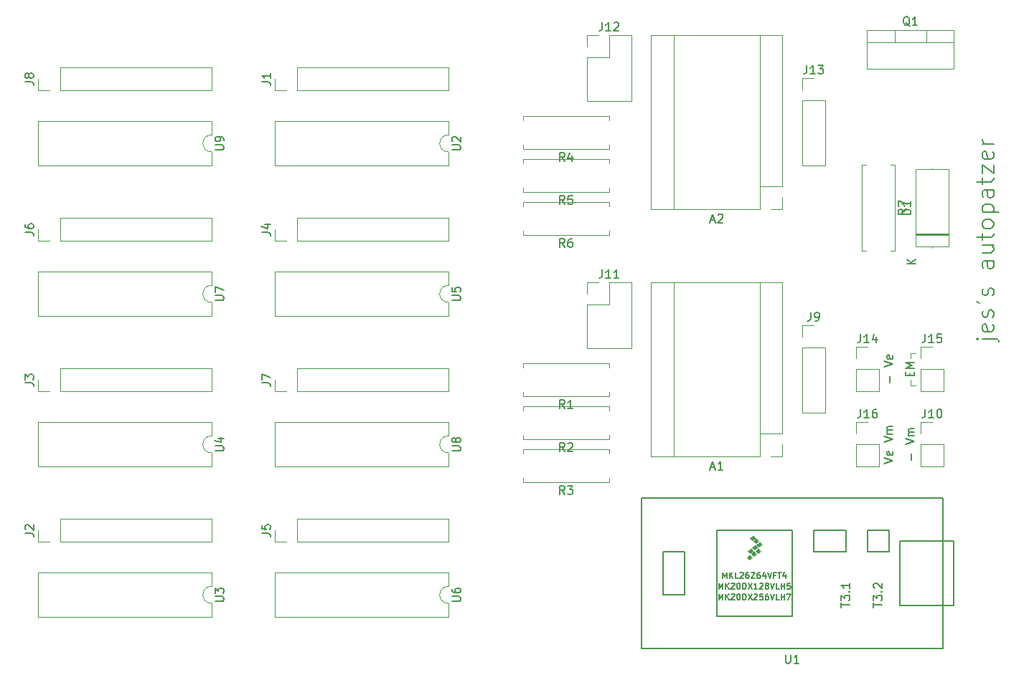
<source format=gbr>
G04 #@! TF.GenerationSoftware,KiCad,Pcbnew,5.1.5-52549c5~84~ubuntu18.04.1*
G04 #@! TF.CreationDate,2020-03-11T12:48:51+00:00*
G04 #@! TF.ProjectId,autopatzer,6175746f-7061-4747-9a65-722e6b696361,rev?*
G04 #@! TF.SameCoordinates,Original*
G04 #@! TF.FileFunction,Legend,Top*
G04 #@! TF.FilePolarity,Positive*
%FSLAX46Y46*%
G04 Gerber Fmt 4.6, Leading zero omitted, Abs format (unit mm)*
G04 Created by KiCad (PCBNEW 5.1.5-52549c5~84~ubuntu18.04.1) date 2020-03-11 12:48:51*
%MOMM*%
%LPD*%
G04 APERTURE LIST*
%ADD10C,0.120000*%
%ADD11C,0.150000*%
%ADD12C,0.100000*%
G04 APERTURE END LIST*
D10*
X224790000Y-67945000D02*
X225425000Y-67945000D01*
X224790000Y-67310000D02*
X224790000Y-67945000D01*
X224790000Y-64135000D02*
X225425000Y-64135000D01*
X224790000Y-64770000D02*
X224790000Y-64135000D01*
D11*
X224718571Y-66825714D02*
X224718571Y-66492380D01*
X225242380Y-66349523D02*
X225242380Y-66825714D01*
X224242380Y-66825714D01*
X224242380Y-66349523D01*
X225242380Y-65920952D02*
X224242380Y-65920952D01*
X224956666Y-65587619D01*
X224242380Y-65254285D01*
X225242380Y-65254285D01*
X222321428Y-67659047D02*
X222321428Y-66897142D01*
X221702380Y-65801904D02*
X222702380Y-65468571D01*
X221702380Y-65135238D01*
X222654761Y-64420952D02*
X222702380Y-64516190D01*
X222702380Y-64706666D01*
X222654761Y-64801904D01*
X222559523Y-64849523D01*
X222178571Y-64849523D01*
X222083333Y-64801904D01*
X222035714Y-64706666D01*
X222035714Y-64516190D01*
X222083333Y-64420952D01*
X222178571Y-64373333D01*
X222273809Y-64373333D01*
X222369047Y-64849523D01*
X221702380Y-77168095D02*
X222702380Y-76834761D01*
X221702380Y-76501428D01*
X222654761Y-75787142D02*
X222702380Y-75882380D01*
X222702380Y-76072857D01*
X222654761Y-76168095D01*
X222559523Y-76215714D01*
X222178571Y-76215714D01*
X222083333Y-76168095D01*
X222035714Y-76072857D01*
X222035714Y-75882380D01*
X222083333Y-75787142D01*
X222178571Y-75739523D01*
X222273809Y-75739523D01*
X222369047Y-76215714D01*
X221702380Y-74691904D02*
X222702380Y-74358571D01*
X221702380Y-74025238D01*
X222702380Y-73691904D02*
X222035714Y-73691904D01*
X222130952Y-73691904D02*
X222083333Y-73644285D01*
X222035714Y-73549047D01*
X222035714Y-73406190D01*
X222083333Y-73310952D01*
X222178571Y-73263333D01*
X222702380Y-73263333D01*
X222178571Y-73263333D02*
X222083333Y-73215714D01*
X222035714Y-73120476D01*
X222035714Y-72977619D01*
X222083333Y-72882380D01*
X222178571Y-72834761D01*
X222702380Y-72834761D01*
X224861428Y-76787142D02*
X224861428Y-76025238D01*
X224242380Y-74930000D02*
X225242380Y-74596666D01*
X224242380Y-74263333D01*
X225242380Y-73930000D02*
X224575714Y-73930000D01*
X224670952Y-73930000D02*
X224623333Y-73882380D01*
X224575714Y-73787142D01*
X224575714Y-73644285D01*
X224623333Y-73549047D01*
X224718571Y-73501428D01*
X225242380Y-73501428D01*
X224718571Y-73501428D02*
X224623333Y-73453809D01*
X224575714Y-73358571D01*
X224575714Y-73215714D01*
X224623333Y-73120476D01*
X224718571Y-73072857D01*
X225242380Y-73072857D01*
X233251428Y-62466666D02*
X234965714Y-62466666D01*
X235156190Y-62561904D01*
X235251428Y-62752380D01*
X235251428Y-62847619D01*
X232584761Y-62466666D02*
X232680000Y-62561904D01*
X232775238Y-62466666D01*
X232680000Y-62371428D01*
X232584761Y-62466666D01*
X232775238Y-62466666D01*
X234489523Y-60752380D02*
X234584761Y-60942857D01*
X234584761Y-61323809D01*
X234489523Y-61514285D01*
X234299047Y-61609523D01*
X233537142Y-61609523D01*
X233346666Y-61514285D01*
X233251428Y-61323809D01*
X233251428Y-60942857D01*
X233346666Y-60752380D01*
X233537142Y-60657142D01*
X233727619Y-60657142D01*
X233918095Y-61609523D01*
X234489523Y-59895238D02*
X234584761Y-59704761D01*
X234584761Y-59323809D01*
X234489523Y-59133333D01*
X234299047Y-59038095D01*
X234203809Y-59038095D01*
X234013333Y-59133333D01*
X233918095Y-59323809D01*
X233918095Y-59609523D01*
X233822857Y-59800000D01*
X233632380Y-59895238D01*
X233537142Y-59895238D01*
X233346666Y-59800000D01*
X233251428Y-59609523D01*
X233251428Y-59323809D01*
X233346666Y-59133333D01*
X232584761Y-58085714D02*
X232965714Y-58276190D01*
X234489523Y-57323809D02*
X234584761Y-57133333D01*
X234584761Y-56752380D01*
X234489523Y-56561904D01*
X234299047Y-56466666D01*
X234203809Y-56466666D01*
X234013333Y-56561904D01*
X233918095Y-56752380D01*
X233918095Y-57038095D01*
X233822857Y-57228571D01*
X233632380Y-57323809D01*
X233537142Y-57323809D01*
X233346666Y-57228571D01*
X233251428Y-57038095D01*
X233251428Y-56752380D01*
X233346666Y-56561904D01*
X234584761Y-53228571D02*
X233537142Y-53228571D01*
X233346666Y-53323809D01*
X233251428Y-53514285D01*
X233251428Y-53895238D01*
X233346666Y-54085714D01*
X234489523Y-53228571D02*
X234584761Y-53419047D01*
X234584761Y-53895238D01*
X234489523Y-54085714D01*
X234299047Y-54180952D01*
X234108571Y-54180952D01*
X233918095Y-54085714D01*
X233822857Y-53895238D01*
X233822857Y-53419047D01*
X233727619Y-53228571D01*
X233251428Y-51419047D02*
X234584761Y-51419047D01*
X233251428Y-52276190D02*
X234299047Y-52276190D01*
X234489523Y-52180952D01*
X234584761Y-51990476D01*
X234584761Y-51704761D01*
X234489523Y-51514285D01*
X234394285Y-51419047D01*
X233251428Y-50752380D02*
X233251428Y-49990476D01*
X232584761Y-50466666D02*
X234299047Y-50466666D01*
X234489523Y-50371428D01*
X234584761Y-50180952D01*
X234584761Y-49990476D01*
X234584761Y-49038095D02*
X234489523Y-49228571D01*
X234394285Y-49323809D01*
X234203809Y-49419047D01*
X233632380Y-49419047D01*
X233441904Y-49323809D01*
X233346666Y-49228571D01*
X233251428Y-49038095D01*
X233251428Y-48752380D01*
X233346666Y-48561904D01*
X233441904Y-48466666D01*
X233632380Y-48371428D01*
X234203809Y-48371428D01*
X234394285Y-48466666D01*
X234489523Y-48561904D01*
X234584761Y-48752380D01*
X234584761Y-49038095D01*
X233251428Y-47514285D02*
X235251428Y-47514285D01*
X233346666Y-47514285D02*
X233251428Y-47323809D01*
X233251428Y-46942857D01*
X233346666Y-46752380D01*
X233441904Y-46657142D01*
X233632380Y-46561904D01*
X234203809Y-46561904D01*
X234394285Y-46657142D01*
X234489523Y-46752380D01*
X234584761Y-46942857D01*
X234584761Y-47323809D01*
X234489523Y-47514285D01*
X234584761Y-44847619D02*
X233537142Y-44847619D01*
X233346666Y-44942857D01*
X233251428Y-45133333D01*
X233251428Y-45514285D01*
X233346666Y-45704761D01*
X234489523Y-44847619D02*
X234584761Y-45038095D01*
X234584761Y-45514285D01*
X234489523Y-45704761D01*
X234299047Y-45800000D01*
X234108571Y-45800000D01*
X233918095Y-45704761D01*
X233822857Y-45514285D01*
X233822857Y-45038095D01*
X233727619Y-44847619D01*
X233251428Y-44180952D02*
X233251428Y-43419047D01*
X232584761Y-43895238D02*
X234299047Y-43895238D01*
X234489523Y-43800000D01*
X234584761Y-43609523D01*
X234584761Y-43419047D01*
X233251428Y-42942857D02*
X233251428Y-41895238D01*
X234584761Y-42942857D01*
X234584761Y-41895238D01*
X234489523Y-40371428D02*
X234584761Y-40561904D01*
X234584761Y-40942857D01*
X234489523Y-41133333D01*
X234299047Y-41228571D01*
X233537142Y-41228571D01*
X233346666Y-41133333D01*
X233251428Y-40942857D01*
X233251428Y-40561904D01*
X233346666Y-40371428D01*
X233537142Y-40276190D01*
X233727619Y-40276190D01*
X233918095Y-41228571D01*
X234584761Y-39419047D02*
X233251428Y-39419047D01*
X233632380Y-39419047D02*
X233441904Y-39323809D01*
X233346666Y-39228571D01*
X233251428Y-39038095D01*
X233251428Y-38847619D01*
D10*
X196850000Y-76330000D02*
X196850000Y-55750000D01*
X207010000Y-73660000D02*
X207010000Y-55750000D01*
X208280000Y-76330000D02*
X209680000Y-76330000D01*
X209680000Y-76330000D02*
X209680000Y-74930000D01*
X207010000Y-76330000D02*
X207010000Y-73660000D01*
X207010000Y-73660000D02*
X209680000Y-73660000D01*
X209680000Y-73660000D02*
X209680000Y-55750000D01*
X209680000Y-55750000D02*
X194180000Y-55750000D01*
X194180000Y-55750000D02*
X194180000Y-76330000D01*
X194180000Y-76330000D02*
X207010000Y-76330000D01*
X194180000Y-47120000D02*
X207010000Y-47120000D01*
X194180000Y-26540000D02*
X194180000Y-47120000D01*
X209680000Y-26540000D02*
X194180000Y-26540000D01*
X209680000Y-44450000D02*
X209680000Y-26540000D01*
X207010000Y-44450000D02*
X209680000Y-44450000D01*
X207010000Y-47120000D02*
X207010000Y-44450000D01*
X209680000Y-47120000D02*
X209680000Y-45720000D01*
X208280000Y-47120000D02*
X209680000Y-47120000D01*
X207010000Y-44450000D02*
X207010000Y-26540000D01*
X196850000Y-47120000D02*
X196850000Y-26540000D01*
X219670000Y-25940000D02*
X229910000Y-25940000D01*
X219670000Y-30581000D02*
X229910000Y-30581000D01*
X219670000Y-25940000D02*
X219670000Y-30581000D01*
X229910000Y-25940000D02*
X229910000Y-30581000D01*
X219670000Y-27450000D02*
X229910000Y-27450000D01*
X222940000Y-25940000D02*
X222940000Y-27450000D01*
X226641000Y-25940000D02*
X226641000Y-27450000D01*
X189220000Y-68750000D02*
X189220000Y-69230000D01*
X189220000Y-69230000D02*
X179080000Y-69230000D01*
X179080000Y-69230000D02*
X179080000Y-68750000D01*
X189220000Y-65870000D02*
X189220000Y-65390000D01*
X189220000Y-65390000D02*
X179080000Y-65390000D01*
X179080000Y-65390000D02*
X179080000Y-65870000D01*
X189220000Y-73830000D02*
X189220000Y-74310000D01*
X189220000Y-74310000D02*
X179080000Y-74310000D01*
X179080000Y-74310000D02*
X179080000Y-73830000D01*
X189220000Y-70950000D02*
X189220000Y-70470000D01*
X189220000Y-70470000D02*
X179080000Y-70470000D01*
X179080000Y-70470000D02*
X179080000Y-70950000D01*
X179080000Y-75550000D02*
X179080000Y-76030000D01*
X189220000Y-75550000D02*
X179080000Y-75550000D01*
X189220000Y-76030000D02*
X189220000Y-75550000D01*
X179080000Y-79390000D02*
X179080000Y-78910000D01*
X189220000Y-79390000D02*
X179080000Y-79390000D01*
X189220000Y-78910000D02*
X189220000Y-79390000D01*
X179080000Y-36180000D02*
X179080000Y-36660000D01*
X189220000Y-36180000D02*
X179080000Y-36180000D01*
X189220000Y-36660000D02*
X189220000Y-36180000D01*
X179080000Y-40020000D02*
X179080000Y-39540000D01*
X189220000Y-40020000D02*
X179080000Y-40020000D01*
X189220000Y-39540000D02*
X189220000Y-40020000D01*
X179080000Y-41260000D02*
X179080000Y-41740000D01*
X189220000Y-41260000D02*
X179080000Y-41260000D01*
X189220000Y-41740000D02*
X189220000Y-41260000D01*
X179080000Y-45100000D02*
X179080000Y-44620000D01*
X189220000Y-45100000D02*
X179080000Y-45100000D01*
X189220000Y-44620000D02*
X189220000Y-45100000D01*
X189220000Y-49700000D02*
X189220000Y-50180000D01*
X189220000Y-50180000D02*
X179080000Y-50180000D01*
X179080000Y-50180000D02*
X179080000Y-49700000D01*
X189220000Y-46820000D02*
X189220000Y-46340000D01*
X189220000Y-46340000D02*
X179080000Y-46340000D01*
X179080000Y-46340000D02*
X179080000Y-46820000D01*
X222420000Y-41920000D02*
X222900000Y-41920000D01*
X222900000Y-41920000D02*
X222900000Y-52060000D01*
X222900000Y-52060000D02*
X222420000Y-52060000D01*
X219540000Y-41920000D02*
X219060000Y-41920000D01*
X219060000Y-41920000D02*
X219060000Y-52060000D01*
X219060000Y-52060000D02*
X219540000Y-52060000D01*
D12*
G36*
X205994000Y-87249000D02*
G01*
X206248000Y-87503000D01*
X205867000Y-87757000D01*
X205613000Y-87503000D01*
X205994000Y-87249000D01*
G37*
X205994000Y-87249000D02*
X206248000Y-87503000D01*
X205867000Y-87757000D01*
X205613000Y-87503000D01*
X205994000Y-87249000D01*
G36*
X207010000Y-86487000D02*
G01*
X207264000Y-86741000D01*
X206883000Y-86995000D01*
X206629000Y-86741000D01*
X207010000Y-86487000D01*
G37*
X207010000Y-86487000D02*
X207264000Y-86741000D01*
X206883000Y-86995000D01*
X206629000Y-86741000D01*
X207010000Y-86487000D01*
G36*
X206248000Y-85725000D02*
G01*
X206502000Y-85979000D01*
X206121000Y-86233000D01*
X205867000Y-85979000D01*
X206248000Y-85725000D01*
G37*
X206248000Y-85725000D02*
X206502000Y-85979000D01*
X206121000Y-86233000D01*
X205867000Y-85979000D01*
X206248000Y-85725000D01*
G36*
X206375000Y-87630000D02*
G01*
X206629000Y-87884000D01*
X206248000Y-88138000D01*
X205994000Y-87884000D01*
X206375000Y-87630000D01*
G37*
X206375000Y-87630000D02*
X206629000Y-87884000D01*
X206248000Y-88138000D01*
X205994000Y-87884000D01*
X206375000Y-87630000D01*
G36*
X206629000Y-86106000D02*
G01*
X206883000Y-86360000D01*
X206502000Y-86614000D01*
X206248000Y-86360000D01*
X206629000Y-86106000D01*
G37*
X206629000Y-86106000D02*
X206883000Y-86360000D01*
X206502000Y-86614000D01*
X206248000Y-86360000D01*
X206629000Y-86106000D01*
G36*
X205867000Y-88011000D02*
G01*
X206121000Y-88265000D01*
X205740000Y-88519000D01*
X205486000Y-88265000D01*
X205867000Y-88011000D01*
G37*
X205867000Y-88011000D02*
X206121000Y-88265000D01*
X205740000Y-88519000D01*
X205486000Y-88265000D01*
X205867000Y-88011000D01*
G36*
X206502000Y-86868000D02*
G01*
X206756000Y-87122000D01*
X206375000Y-87376000D01*
X206121000Y-87122000D01*
X206502000Y-86868000D01*
G37*
X206502000Y-86868000D02*
X206756000Y-87122000D01*
X206375000Y-87376000D01*
X206121000Y-87122000D01*
X206502000Y-86868000D01*
G36*
X206883000Y-87249000D02*
G01*
X207137000Y-87503000D01*
X206756000Y-87757000D01*
X206502000Y-87503000D01*
X206883000Y-87249000D01*
G37*
X206883000Y-87249000D02*
X207137000Y-87503000D01*
X206756000Y-87757000D01*
X206502000Y-87503000D01*
X206883000Y-87249000D01*
D11*
X228600000Y-81280000D02*
X228600000Y-99060000D01*
X193040000Y-81280000D02*
X228600000Y-81280000D01*
X193040000Y-99060000D02*
X193040000Y-81280000D01*
X228600000Y-99060000D02*
X193040000Y-99060000D01*
X201930000Y-85090000D02*
X210820000Y-85090000D01*
X201930000Y-95250000D02*
X210820000Y-95250000D01*
X210820000Y-95250000D02*
X210820000Y-85090000D01*
X201930000Y-85090000D02*
X201930000Y-95250000D01*
X198120000Y-92710000D02*
X195580000Y-92710000D01*
X198120000Y-87630000D02*
X198120000Y-92710000D01*
X195580000Y-87630000D02*
X198120000Y-87630000D01*
X195580000Y-92710000D02*
X195580000Y-87630000D01*
X222250000Y-87630000D02*
X222250000Y-85090000D01*
X219710000Y-87630000D02*
X222250000Y-87630000D01*
X219710000Y-85090000D02*
X219710000Y-87630000D01*
X222250000Y-85090000D02*
X219710000Y-85090000D01*
X223520000Y-86360000D02*
X228600000Y-86360000D01*
X223520000Y-93980000D02*
X228600000Y-93980000D01*
X223520000Y-86360000D02*
X223520000Y-93980000D01*
X217170000Y-87630000D02*
X217170000Y-85090000D01*
X213360000Y-87630000D02*
X217170000Y-87630000D01*
X213360000Y-85090000D02*
X213360000Y-87630000D01*
X217170000Y-85090000D02*
X213360000Y-85090000D01*
X229870000Y-93980000D02*
X228600000Y-93980000D01*
X229870000Y-86360000D02*
X229870000Y-93980000D01*
X228600000Y-86360000D02*
X229870000Y-86360000D01*
D10*
X170240000Y-42020000D02*
X170240000Y-40370000D01*
X149800000Y-42020000D02*
X170240000Y-42020000D01*
X149800000Y-36720000D02*
X149800000Y-42020000D01*
X170240000Y-36720000D02*
X149800000Y-36720000D01*
X170240000Y-38370000D02*
X170240000Y-36720000D01*
X170240000Y-40370000D02*
G75*
G02X170240000Y-38370000I0J1000000D01*
G01*
X142300000Y-93710000D02*
G75*
G02X142300000Y-91710000I0J1000000D01*
G01*
X142300000Y-91710000D02*
X142300000Y-90060000D01*
X142300000Y-90060000D02*
X121860000Y-90060000D01*
X121860000Y-90060000D02*
X121860000Y-95360000D01*
X121860000Y-95360000D02*
X142300000Y-95360000D01*
X142300000Y-95360000D02*
X142300000Y-93710000D01*
X142300000Y-77580000D02*
X142300000Y-75930000D01*
X121860000Y-77580000D02*
X142300000Y-77580000D01*
X121860000Y-72280000D02*
X121860000Y-77580000D01*
X142300000Y-72280000D02*
X121860000Y-72280000D01*
X142300000Y-73930000D02*
X142300000Y-72280000D01*
X142300000Y-75930000D02*
G75*
G02X142300000Y-73930000I0J1000000D01*
G01*
X170240000Y-59800000D02*
X170240000Y-58150000D01*
X149800000Y-59800000D02*
X170240000Y-59800000D01*
X149800000Y-54500000D02*
X149800000Y-59800000D01*
X170240000Y-54500000D02*
X149800000Y-54500000D01*
X170240000Y-56150000D02*
X170240000Y-54500000D01*
X170240000Y-58150000D02*
G75*
G02X170240000Y-56150000I0J1000000D01*
G01*
X170240000Y-95360000D02*
X170240000Y-93710000D01*
X149800000Y-95360000D02*
X170240000Y-95360000D01*
X149800000Y-90060000D02*
X149800000Y-95360000D01*
X170240000Y-90060000D02*
X149800000Y-90060000D01*
X170240000Y-91710000D02*
X170240000Y-90060000D01*
X170240000Y-93710000D02*
G75*
G02X170240000Y-91710000I0J1000000D01*
G01*
X142300000Y-58150000D02*
G75*
G02X142300000Y-56150000I0J1000000D01*
G01*
X142300000Y-56150000D02*
X142300000Y-54500000D01*
X142300000Y-54500000D02*
X121860000Y-54500000D01*
X121860000Y-54500000D02*
X121860000Y-59800000D01*
X121860000Y-59800000D02*
X142300000Y-59800000D01*
X142300000Y-59800000D02*
X142300000Y-58150000D01*
X170240000Y-75930000D02*
G75*
G02X170240000Y-73930000I0J1000000D01*
G01*
X170240000Y-73930000D02*
X170240000Y-72280000D01*
X170240000Y-72280000D02*
X149800000Y-72280000D01*
X149800000Y-72280000D02*
X149800000Y-77580000D01*
X149800000Y-77580000D02*
X170240000Y-77580000D01*
X170240000Y-77580000D02*
X170240000Y-75930000D01*
X142300000Y-40370000D02*
G75*
G02X142300000Y-38370000I0J1000000D01*
G01*
X142300000Y-38370000D02*
X142300000Y-36720000D01*
X142300000Y-36720000D02*
X121860000Y-36720000D01*
X121860000Y-36720000D02*
X121860000Y-42020000D01*
X121860000Y-42020000D02*
X142300000Y-42020000D01*
X142300000Y-42020000D02*
X142300000Y-40370000D01*
X170240000Y-33080000D02*
X170240000Y-30420000D01*
X152400000Y-33080000D02*
X170240000Y-33080000D01*
X152400000Y-30420000D02*
X170240000Y-30420000D01*
X152400000Y-33080000D02*
X152400000Y-30420000D01*
X151130000Y-33080000D02*
X149800000Y-33080000D01*
X149800000Y-33080000D02*
X149800000Y-31750000D01*
X142300000Y-86420000D02*
X142300000Y-83760000D01*
X124460000Y-86420000D02*
X142300000Y-86420000D01*
X124460000Y-83760000D02*
X142300000Y-83760000D01*
X124460000Y-86420000D02*
X124460000Y-83760000D01*
X123190000Y-86420000D02*
X121860000Y-86420000D01*
X121860000Y-86420000D02*
X121860000Y-85090000D01*
X121860000Y-68640000D02*
X121860000Y-67310000D01*
X123190000Y-68640000D02*
X121860000Y-68640000D01*
X124460000Y-68640000D02*
X124460000Y-65980000D01*
X124460000Y-65980000D02*
X142300000Y-65980000D01*
X124460000Y-68640000D02*
X142300000Y-68640000D01*
X142300000Y-68640000D02*
X142300000Y-65980000D01*
X170240000Y-50860000D02*
X170240000Y-48200000D01*
X152400000Y-50860000D02*
X170240000Y-50860000D01*
X152400000Y-48200000D02*
X170240000Y-48200000D01*
X152400000Y-50860000D02*
X152400000Y-48200000D01*
X151130000Y-50860000D02*
X149800000Y-50860000D01*
X149800000Y-50860000D02*
X149800000Y-49530000D01*
X170240000Y-86420000D02*
X170240000Y-83760000D01*
X152400000Y-86420000D02*
X170240000Y-86420000D01*
X152400000Y-83760000D02*
X170240000Y-83760000D01*
X152400000Y-86420000D02*
X152400000Y-83760000D01*
X151130000Y-86420000D02*
X149800000Y-86420000D01*
X149800000Y-86420000D02*
X149800000Y-85090000D01*
X121860000Y-50860000D02*
X121860000Y-49530000D01*
X123190000Y-50860000D02*
X121860000Y-50860000D01*
X124460000Y-50860000D02*
X124460000Y-48200000D01*
X124460000Y-48200000D02*
X142300000Y-48200000D01*
X124460000Y-50860000D02*
X142300000Y-50860000D01*
X142300000Y-50860000D02*
X142300000Y-48200000D01*
X149800000Y-68640000D02*
X149800000Y-67310000D01*
X151130000Y-68640000D02*
X149800000Y-68640000D01*
X152400000Y-68640000D02*
X152400000Y-65980000D01*
X152400000Y-65980000D02*
X170240000Y-65980000D01*
X152400000Y-68640000D02*
X170240000Y-68640000D01*
X170240000Y-68640000D02*
X170240000Y-65980000D01*
X121860000Y-33080000D02*
X121860000Y-31750000D01*
X123190000Y-33080000D02*
X121860000Y-33080000D01*
X124460000Y-33080000D02*
X124460000Y-30420000D01*
X124460000Y-30420000D02*
X142300000Y-30420000D01*
X124460000Y-33080000D02*
X142300000Y-33080000D01*
X142300000Y-33080000D02*
X142300000Y-30420000D01*
X212030000Y-60900000D02*
X213360000Y-60900000D01*
X212030000Y-62230000D02*
X212030000Y-60900000D01*
X212030000Y-63500000D02*
X214690000Y-63500000D01*
X214690000Y-63500000D02*
X214690000Y-71180000D01*
X212030000Y-63500000D02*
X212030000Y-71180000D01*
X212030000Y-71180000D02*
X214690000Y-71180000D01*
X226000000Y-77530000D02*
X228660000Y-77530000D01*
X226000000Y-74930000D02*
X226000000Y-77530000D01*
X228660000Y-74930000D02*
X228660000Y-77530000D01*
X226000000Y-74930000D02*
X228660000Y-74930000D01*
X226000000Y-73660000D02*
X226000000Y-72330000D01*
X226000000Y-72330000D02*
X227330000Y-72330000D01*
X212030000Y-41970000D02*
X214690000Y-41970000D01*
X212030000Y-34290000D02*
X212030000Y-41970000D01*
X214690000Y-34290000D02*
X214690000Y-41970000D01*
X212030000Y-34290000D02*
X214690000Y-34290000D01*
X212030000Y-33020000D02*
X212030000Y-31690000D01*
X212030000Y-31690000D02*
X213360000Y-31690000D01*
X218380000Y-68640000D02*
X221040000Y-68640000D01*
X218380000Y-66040000D02*
X218380000Y-68640000D01*
X221040000Y-66040000D02*
X221040000Y-68640000D01*
X218380000Y-66040000D02*
X221040000Y-66040000D01*
X218380000Y-64770000D02*
X218380000Y-63440000D01*
X218380000Y-63440000D02*
X219710000Y-63440000D01*
X226000000Y-63440000D02*
X227330000Y-63440000D01*
X226000000Y-64770000D02*
X226000000Y-63440000D01*
X226000000Y-66040000D02*
X228660000Y-66040000D01*
X228660000Y-66040000D02*
X228660000Y-68640000D01*
X226000000Y-66040000D02*
X226000000Y-68640000D01*
X226000000Y-68640000D02*
X228660000Y-68640000D01*
X218380000Y-72330000D02*
X219710000Y-72330000D01*
X218380000Y-73660000D02*
X218380000Y-72330000D01*
X218380000Y-74930000D02*
X221040000Y-74930000D01*
X221040000Y-74930000D02*
X221040000Y-77530000D01*
X218380000Y-74930000D02*
X218380000Y-77530000D01*
X218380000Y-77530000D02*
X221040000Y-77530000D01*
X186630000Y-55820000D02*
X187960000Y-55820000D01*
X186630000Y-57150000D02*
X186630000Y-55820000D01*
X189230000Y-55820000D02*
X191830000Y-55820000D01*
X189230000Y-58420000D02*
X189230000Y-55820000D01*
X186630000Y-58420000D02*
X189230000Y-58420000D01*
X191830000Y-55820000D02*
X191830000Y-63560000D01*
X186630000Y-58420000D02*
X186630000Y-63560000D01*
X186630000Y-63560000D02*
X191830000Y-63560000D01*
X186630000Y-34350000D02*
X191830000Y-34350000D01*
X186630000Y-29210000D02*
X186630000Y-34350000D01*
X191830000Y-26610000D02*
X191830000Y-34350000D01*
X186630000Y-29210000D02*
X189230000Y-29210000D01*
X189230000Y-29210000D02*
X189230000Y-26610000D01*
X189230000Y-26610000D02*
X191830000Y-26610000D01*
X186630000Y-27940000D02*
X186630000Y-26610000D01*
X186630000Y-26610000D02*
X187960000Y-26610000D01*
X225360000Y-51560000D02*
X229300000Y-51560000D01*
X229300000Y-51560000D02*
X229300000Y-42420000D01*
X229300000Y-42420000D02*
X225360000Y-42420000D01*
X225360000Y-42420000D02*
X225360000Y-51560000D01*
X227330000Y-51700000D02*
X227330000Y-51560000D01*
X227330000Y-42280000D02*
X227330000Y-42420000D01*
X225360000Y-50105000D02*
X229300000Y-50105000D01*
X225360000Y-49985000D02*
X229300000Y-49985000D01*
X225360000Y-50225000D02*
X229300000Y-50225000D01*
D11*
X201215714Y-77636666D02*
X201691904Y-77636666D01*
X201120476Y-77922380D02*
X201453809Y-76922380D01*
X201787142Y-77922380D01*
X202644285Y-77922380D02*
X202072857Y-77922380D01*
X202358571Y-77922380D02*
X202358571Y-76922380D01*
X202263333Y-77065238D01*
X202168095Y-77160476D01*
X202072857Y-77208095D01*
X201215714Y-48426666D02*
X201691904Y-48426666D01*
X201120476Y-48712380D02*
X201453809Y-47712380D01*
X201787142Y-48712380D01*
X202072857Y-47807619D02*
X202120476Y-47760000D01*
X202215714Y-47712380D01*
X202453809Y-47712380D01*
X202549047Y-47760000D01*
X202596666Y-47807619D01*
X202644285Y-47902857D01*
X202644285Y-47998095D01*
X202596666Y-48140952D01*
X202025238Y-48712380D01*
X202644285Y-48712380D01*
X224694761Y-25487619D02*
X224599523Y-25440000D01*
X224504285Y-25344761D01*
X224361428Y-25201904D01*
X224266190Y-25154285D01*
X224170952Y-25154285D01*
X224218571Y-25392380D02*
X224123333Y-25344761D01*
X224028095Y-25249523D01*
X223980476Y-25059047D01*
X223980476Y-24725714D01*
X224028095Y-24535238D01*
X224123333Y-24440000D01*
X224218571Y-24392380D01*
X224409047Y-24392380D01*
X224504285Y-24440000D01*
X224599523Y-24535238D01*
X224647142Y-24725714D01*
X224647142Y-25059047D01*
X224599523Y-25249523D01*
X224504285Y-25344761D01*
X224409047Y-25392380D01*
X224218571Y-25392380D01*
X225599523Y-25392380D02*
X225028095Y-25392380D01*
X225313809Y-25392380D02*
X225313809Y-24392380D01*
X225218571Y-24535238D01*
X225123333Y-24630476D01*
X225028095Y-24678095D01*
X183983333Y-70682380D02*
X183650000Y-70206190D01*
X183411904Y-70682380D02*
X183411904Y-69682380D01*
X183792857Y-69682380D01*
X183888095Y-69730000D01*
X183935714Y-69777619D01*
X183983333Y-69872857D01*
X183983333Y-70015714D01*
X183935714Y-70110952D01*
X183888095Y-70158571D01*
X183792857Y-70206190D01*
X183411904Y-70206190D01*
X184935714Y-70682380D02*
X184364285Y-70682380D01*
X184650000Y-70682380D02*
X184650000Y-69682380D01*
X184554761Y-69825238D01*
X184459523Y-69920476D01*
X184364285Y-69968095D01*
X183983333Y-75762380D02*
X183650000Y-75286190D01*
X183411904Y-75762380D02*
X183411904Y-74762380D01*
X183792857Y-74762380D01*
X183888095Y-74810000D01*
X183935714Y-74857619D01*
X183983333Y-74952857D01*
X183983333Y-75095714D01*
X183935714Y-75190952D01*
X183888095Y-75238571D01*
X183792857Y-75286190D01*
X183411904Y-75286190D01*
X184364285Y-74857619D02*
X184411904Y-74810000D01*
X184507142Y-74762380D01*
X184745238Y-74762380D01*
X184840476Y-74810000D01*
X184888095Y-74857619D01*
X184935714Y-74952857D01*
X184935714Y-75048095D01*
X184888095Y-75190952D01*
X184316666Y-75762380D01*
X184935714Y-75762380D01*
X183983333Y-80842380D02*
X183650000Y-80366190D01*
X183411904Y-80842380D02*
X183411904Y-79842380D01*
X183792857Y-79842380D01*
X183888095Y-79890000D01*
X183935714Y-79937619D01*
X183983333Y-80032857D01*
X183983333Y-80175714D01*
X183935714Y-80270952D01*
X183888095Y-80318571D01*
X183792857Y-80366190D01*
X183411904Y-80366190D01*
X184316666Y-79842380D02*
X184935714Y-79842380D01*
X184602380Y-80223333D01*
X184745238Y-80223333D01*
X184840476Y-80270952D01*
X184888095Y-80318571D01*
X184935714Y-80413809D01*
X184935714Y-80651904D01*
X184888095Y-80747142D01*
X184840476Y-80794761D01*
X184745238Y-80842380D01*
X184459523Y-80842380D01*
X184364285Y-80794761D01*
X184316666Y-80747142D01*
X183983333Y-41472380D02*
X183650000Y-40996190D01*
X183411904Y-41472380D02*
X183411904Y-40472380D01*
X183792857Y-40472380D01*
X183888095Y-40520000D01*
X183935714Y-40567619D01*
X183983333Y-40662857D01*
X183983333Y-40805714D01*
X183935714Y-40900952D01*
X183888095Y-40948571D01*
X183792857Y-40996190D01*
X183411904Y-40996190D01*
X184840476Y-40805714D02*
X184840476Y-41472380D01*
X184602380Y-40424761D02*
X184364285Y-41139047D01*
X184983333Y-41139047D01*
X183983333Y-46552380D02*
X183650000Y-46076190D01*
X183411904Y-46552380D02*
X183411904Y-45552380D01*
X183792857Y-45552380D01*
X183888095Y-45600000D01*
X183935714Y-45647619D01*
X183983333Y-45742857D01*
X183983333Y-45885714D01*
X183935714Y-45980952D01*
X183888095Y-46028571D01*
X183792857Y-46076190D01*
X183411904Y-46076190D01*
X184888095Y-45552380D02*
X184411904Y-45552380D01*
X184364285Y-46028571D01*
X184411904Y-45980952D01*
X184507142Y-45933333D01*
X184745238Y-45933333D01*
X184840476Y-45980952D01*
X184888095Y-46028571D01*
X184935714Y-46123809D01*
X184935714Y-46361904D01*
X184888095Y-46457142D01*
X184840476Y-46504761D01*
X184745238Y-46552380D01*
X184507142Y-46552380D01*
X184411904Y-46504761D01*
X184364285Y-46457142D01*
X183983333Y-51632380D02*
X183650000Y-51156190D01*
X183411904Y-51632380D02*
X183411904Y-50632380D01*
X183792857Y-50632380D01*
X183888095Y-50680000D01*
X183935714Y-50727619D01*
X183983333Y-50822857D01*
X183983333Y-50965714D01*
X183935714Y-51060952D01*
X183888095Y-51108571D01*
X183792857Y-51156190D01*
X183411904Y-51156190D01*
X184840476Y-50632380D02*
X184650000Y-50632380D01*
X184554761Y-50680000D01*
X184507142Y-50727619D01*
X184411904Y-50870476D01*
X184364285Y-51060952D01*
X184364285Y-51441904D01*
X184411904Y-51537142D01*
X184459523Y-51584761D01*
X184554761Y-51632380D01*
X184745238Y-51632380D01*
X184840476Y-51584761D01*
X184888095Y-51537142D01*
X184935714Y-51441904D01*
X184935714Y-51203809D01*
X184888095Y-51108571D01*
X184840476Y-51060952D01*
X184745238Y-51013333D01*
X184554761Y-51013333D01*
X184459523Y-51060952D01*
X184411904Y-51108571D01*
X184364285Y-51203809D01*
X224352380Y-47156666D02*
X223876190Y-47490000D01*
X224352380Y-47728095D02*
X223352380Y-47728095D01*
X223352380Y-47347142D01*
X223400000Y-47251904D01*
X223447619Y-47204285D01*
X223542857Y-47156666D01*
X223685714Y-47156666D01*
X223780952Y-47204285D01*
X223828571Y-47251904D01*
X223876190Y-47347142D01*
X223876190Y-47728095D01*
X223352380Y-46823333D02*
X223352380Y-46156666D01*
X224352380Y-46585238D01*
X210058095Y-99782380D02*
X210058095Y-100591904D01*
X210105714Y-100687142D01*
X210153333Y-100734761D01*
X210248571Y-100782380D01*
X210439047Y-100782380D01*
X210534285Y-100734761D01*
X210581904Y-100687142D01*
X210629523Y-100591904D01*
X210629523Y-99782380D01*
X211629523Y-100782380D02*
X211058095Y-100782380D01*
X211343809Y-100782380D02*
X211343809Y-99782380D01*
X211248571Y-99925238D01*
X211153333Y-100020476D01*
X211058095Y-100068095D01*
X202158333Y-92010666D02*
X202158333Y-91310666D01*
X202391666Y-91810666D01*
X202625000Y-91310666D01*
X202625000Y-92010666D01*
X202958333Y-92010666D02*
X202958333Y-91310666D01*
X203358333Y-92010666D02*
X203058333Y-91610666D01*
X203358333Y-91310666D02*
X202958333Y-91710666D01*
X203625000Y-91377333D02*
X203658333Y-91344000D01*
X203725000Y-91310666D01*
X203891666Y-91310666D01*
X203958333Y-91344000D01*
X203991666Y-91377333D01*
X204025000Y-91444000D01*
X204025000Y-91510666D01*
X203991666Y-91610666D01*
X203591666Y-92010666D01*
X204025000Y-92010666D01*
X204458333Y-91310666D02*
X204525000Y-91310666D01*
X204591666Y-91344000D01*
X204625000Y-91377333D01*
X204658333Y-91444000D01*
X204691666Y-91577333D01*
X204691666Y-91744000D01*
X204658333Y-91877333D01*
X204625000Y-91944000D01*
X204591666Y-91977333D01*
X204525000Y-92010666D01*
X204458333Y-92010666D01*
X204391666Y-91977333D01*
X204358333Y-91944000D01*
X204325000Y-91877333D01*
X204291666Y-91744000D01*
X204291666Y-91577333D01*
X204325000Y-91444000D01*
X204358333Y-91377333D01*
X204391666Y-91344000D01*
X204458333Y-91310666D01*
X204991666Y-92010666D02*
X204991666Y-91310666D01*
X205158333Y-91310666D01*
X205258333Y-91344000D01*
X205325000Y-91410666D01*
X205358333Y-91477333D01*
X205391666Y-91610666D01*
X205391666Y-91710666D01*
X205358333Y-91844000D01*
X205325000Y-91910666D01*
X205258333Y-91977333D01*
X205158333Y-92010666D01*
X204991666Y-92010666D01*
X205625000Y-91310666D02*
X206091666Y-92010666D01*
X206091666Y-91310666D02*
X205625000Y-92010666D01*
X206725000Y-92010666D02*
X206325000Y-92010666D01*
X206525000Y-92010666D02*
X206525000Y-91310666D01*
X206458333Y-91410666D01*
X206391666Y-91477333D01*
X206325000Y-91510666D01*
X206991666Y-91377333D02*
X207025000Y-91344000D01*
X207091666Y-91310666D01*
X207258333Y-91310666D01*
X207325000Y-91344000D01*
X207358333Y-91377333D01*
X207391666Y-91444000D01*
X207391666Y-91510666D01*
X207358333Y-91610666D01*
X206958333Y-92010666D01*
X207391666Y-92010666D01*
X207791666Y-91610666D02*
X207725000Y-91577333D01*
X207691666Y-91544000D01*
X207658333Y-91477333D01*
X207658333Y-91444000D01*
X207691666Y-91377333D01*
X207725000Y-91344000D01*
X207791666Y-91310666D01*
X207925000Y-91310666D01*
X207991666Y-91344000D01*
X208025000Y-91377333D01*
X208058333Y-91444000D01*
X208058333Y-91477333D01*
X208025000Y-91544000D01*
X207991666Y-91577333D01*
X207925000Y-91610666D01*
X207791666Y-91610666D01*
X207725000Y-91644000D01*
X207691666Y-91677333D01*
X207658333Y-91744000D01*
X207658333Y-91877333D01*
X207691666Y-91944000D01*
X207725000Y-91977333D01*
X207791666Y-92010666D01*
X207925000Y-92010666D01*
X207991666Y-91977333D01*
X208025000Y-91944000D01*
X208058333Y-91877333D01*
X208058333Y-91744000D01*
X208025000Y-91677333D01*
X207991666Y-91644000D01*
X207925000Y-91610666D01*
X208258333Y-91310666D02*
X208491666Y-92010666D01*
X208725000Y-91310666D01*
X209291666Y-92010666D02*
X208958333Y-92010666D01*
X208958333Y-91310666D01*
X209525000Y-92010666D02*
X209525000Y-91310666D01*
X209525000Y-91644000D02*
X209925000Y-91644000D01*
X209925000Y-92010666D02*
X209925000Y-91310666D01*
X210591666Y-91310666D02*
X210258333Y-91310666D01*
X210225000Y-91644000D01*
X210258333Y-91610666D01*
X210325000Y-91577333D01*
X210491666Y-91577333D01*
X210558333Y-91610666D01*
X210591666Y-91644000D01*
X210625000Y-91710666D01*
X210625000Y-91877333D01*
X210591666Y-91944000D01*
X210558333Y-91977333D01*
X210491666Y-92010666D01*
X210325000Y-92010666D01*
X210258333Y-91977333D01*
X210225000Y-91944000D01*
X202641666Y-90740666D02*
X202641666Y-90040666D01*
X202875000Y-90540666D01*
X203108333Y-90040666D01*
X203108333Y-90740666D01*
X203441666Y-90740666D02*
X203441666Y-90040666D01*
X203841666Y-90740666D02*
X203541666Y-90340666D01*
X203841666Y-90040666D02*
X203441666Y-90440666D01*
X204475000Y-90740666D02*
X204141666Y-90740666D01*
X204141666Y-90040666D01*
X204675000Y-90107333D02*
X204708333Y-90074000D01*
X204775000Y-90040666D01*
X204941666Y-90040666D01*
X205008333Y-90074000D01*
X205041666Y-90107333D01*
X205075000Y-90174000D01*
X205075000Y-90240666D01*
X205041666Y-90340666D01*
X204641666Y-90740666D01*
X205075000Y-90740666D01*
X205675000Y-90040666D02*
X205541666Y-90040666D01*
X205475000Y-90074000D01*
X205441666Y-90107333D01*
X205375000Y-90207333D01*
X205341666Y-90340666D01*
X205341666Y-90607333D01*
X205375000Y-90674000D01*
X205408333Y-90707333D01*
X205475000Y-90740666D01*
X205608333Y-90740666D01*
X205675000Y-90707333D01*
X205708333Y-90674000D01*
X205741666Y-90607333D01*
X205741666Y-90440666D01*
X205708333Y-90374000D01*
X205675000Y-90340666D01*
X205608333Y-90307333D01*
X205475000Y-90307333D01*
X205408333Y-90340666D01*
X205375000Y-90374000D01*
X205341666Y-90440666D01*
X205975000Y-90040666D02*
X206441666Y-90040666D01*
X205975000Y-90740666D01*
X206441666Y-90740666D01*
X207008333Y-90040666D02*
X206875000Y-90040666D01*
X206808333Y-90074000D01*
X206775000Y-90107333D01*
X206708333Y-90207333D01*
X206675000Y-90340666D01*
X206675000Y-90607333D01*
X206708333Y-90674000D01*
X206741666Y-90707333D01*
X206808333Y-90740666D01*
X206941666Y-90740666D01*
X207008333Y-90707333D01*
X207041666Y-90674000D01*
X207075000Y-90607333D01*
X207075000Y-90440666D01*
X207041666Y-90374000D01*
X207008333Y-90340666D01*
X206941666Y-90307333D01*
X206808333Y-90307333D01*
X206741666Y-90340666D01*
X206708333Y-90374000D01*
X206675000Y-90440666D01*
X207675000Y-90274000D02*
X207675000Y-90740666D01*
X207508333Y-90007333D02*
X207341666Y-90507333D01*
X207775000Y-90507333D01*
X207941666Y-90040666D02*
X208175000Y-90740666D01*
X208408333Y-90040666D01*
X208875000Y-90374000D02*
X208641666Y-90374000D01*
X208641666Y-90740666D02*
X208641666Y-90040666D01*
X208975000Y-90040666D01*
X209141666Y-90040666D02*
X209541666Y-90040666D01*
X209341666Y-90740666D02*
X209341666Y-90040666D01*
X210075000Y-90274000D02*
X210075000Y-90740666D01*
X209908333Y-90007333D02*
X209741666Y-90507333D01*
X210175000Y-90507333D01*
X202158333Y-93280666D02*
X202158333Y-92580666D01*
X202391666Y-93080666D01*
X202625000Y-92580666D01*
X202625000Y-93280666D01*
X202958333Y-93280666D02*
X202958333Y-92580666D01*
X203358333Y-93280666D02*
X203058333Y-92880666D01*
X203358333Y-92580666D02*
X202958333Y-92980666D01*
X203625000Y-92647333D02*
X203658333Y-92614000D01*
X203725000Y-92580666D01*
X203891666Y-92580666D01*
X203958333Y-92614000D01*
X203991666Y-92647333D01*
X204025000Y-92714000D01*
X204025000Y-92780666D01*
X203991666Y-92880666D01*
X203591666Y-93280666D01*
X204025000Y-93280666D01*
X204458333Y-92580666D02*
X204525000Y-92580666D01*
X204591666Y-92614000D01*
X204625000Y-92647333D01*
X204658333Y-92714000D01*
X204691666Y-92847333D01*
X204691666Y-93014000D01*
X204658333Y-93147333D01*
X204625000Y-93214000D01*
X204591666Y-93247333D01*
X204525000Y-93280666D01*
X204458333Y-93280666D01*
X204391666Y-93247333D01*
X204358333Y-93214000D01*
X204325000Y-93147333D01*
X204291666Y-93014000D01*
X204291666Y-92847333D01*
X204325000Y-92714000D01*
X204358333Y-92647333D01*
X204391666Y-92614000D01*
X204458333Y-92580666D01*
X204991666Y-93280666D02*
X204991666Y-92580666D01*
X205158333Y-92580666D01*
X205258333Y-92614000D01*
X205325000Y-92680666D01*
X205358333Y-92747333D01*
X205391666Y-92880666D01*
X205391666Y-92980666D01*
X205358333Y-93114000D01*
X205325000Y-93180666D01*
X205258333Y-93247333D01*
X205158333Y-93280666D01*
X204991666Y-93280666D01*
X205625000Y-92580666D02*
X206091666Y-93280666D01*
X206091666Y-92580666D02*
X205625000Y-93280666D01*
X206325000Y-92647333D02*
X206358333Y-92614000D01*
X206425000Y-92580666D01*
X206591666Y-92580666D01*
X206658333Y-92614000D01*
X206691666Y-92647333D01*
X206725000Y-92714000D01*
X206725000Y-92780666D01*
X206691666Y-92880666D01*
X206291666Y-93280666D01*
X206725000Y-93280666D01*
X207358333Y-92580666D02*
X207025000Y-92580666D01*
X206991666Y-92914000D01*
X207025000Y-92880666D01*
X207091666Y-92847333D01*
X207258333Y-92847333D01*
X207325000Y-92880666D01*
X207358333Y-92914000D01*
X207391666Y-92980666D01*
X207391666Y-93147333D01*
X207358333Y-93214000D01*
X207325000Y-93247333D01*
X207258333Y-93280666D01*
X207091666Y-93280666D01*
X207025000Y-93247333D01*
X206991666Y-93214000D01*
X207991666Y-92580666D02*
X207858333Y-92580666D01*
X207791666Y-92614000D01*
X207758333Y-92647333D01*
X207691666Y-92747333D01*
X207658333Y-92880666D01*
X207658333Y-93147333D01*
X207691666Y-93214000D01*
X207725000Y-93247333D01*
X207791666Y-93280666D01*
X207925000Y-93280666D01*
X207991666Y-93247333D01*
X208025000Y-93214000D01*
X208058333Y-93147333D01*
X208058333Y-92980666D01*
X208025000Y-92914000D01*
X207991666Y-92880666D01*
X207925000Y-92847333D01*
X207791666Y-92847333D01*
X207725000Y-92880666D01*
X207691666Y-92914000D01*
X207658333Y-92980666D01*
X208258333Y-92580666D02*
X208491666Y-93280666D01*
X208725000Y-92580666D01*
X209291666Y-93280666D02*
X208958333Y-93280666D01*
X208958333Y-92580666D01*
X209525000Y-93280666D02*
X209525000Y-92580666D01*
X209525000Y-92914000D02*
X209925000Y-92914000D01*
X209925000Y-93280666D02*
X209925000Y-92580666D01*
X210191666Y-92580666D02*
X210658333Y-92580666D01*
X210358333Y-93280666D01*
X216622380Y-94186190D02*
X216622380Y-93614761D01*
X217622380Y-93900476D02*
X216622380Y-93900476D01*
X216622380Y-93376666D02*
X216622380Y-92757619D01*
X217003333Y-93090952D01*
X217003333Y-92948095D01*
X217050952Y-92852857D01*
X217098571Y-92805238D01*
X217193809Y-92757619D01*
X217431904Y-92757619D01*
X217527142Y-92805238D01*
X217574761Y-92852857D01*
X217622380Y-92948095D01*
X217622380Y-93233809D01*
X217574761Y-93329047D01*
X217527142Y-93376666D01*
X217527142Y-92329047D02*
X217574761Y-92281428D01*
X217622380Y-92329047D01*
X217574761Y-92376666D01*
X217527142Y-92329047D01*
X217622380Y-92329047D01*
X217622380Y-91329047D02*
X217622380Y-91900476D01*
X217622380Y-91614761D02*
X216622380Y-91614761D01*
X216765238Y-91710000D01*
X216860476Y-91805238D01*
X216908095Y-91900476D01*
X220432380Y-94186190D02*
X220432380Y-93614761D01*
X221432380Y-93900476D02*
X220432380Y-93900476D01*
X220432380Y-93376666D02*
X220432380Y-92757619D01*
X220813333Y-93090952D01*
X220813333Y-92948095D01*
X220860952Y-92852857D01*
X220908571Y-92805238D01*
X221003809Y-92757619D01*
X221241904Y-92757619D01*
X221337142Y-92805238D01*
X221384761Y-92852857D01*
X221432380Y-92948095D01*
X221432380Y-93233809D01*
X221384761Y-93329047D01*
X221337142Y-93376666D01*
X221337142Y-92329047D02*
X221384761Y-92281428D01*
X221432380Y-92329047D01*
X221384761Y-92376666D01*
X221337142Y-92329047D01*
X221432380Y-92329047D01*
X220527619Y-91900476D02*
X220480000Y-91852857D01*
X220432380Y-91757619D01*
X220432380Y-91519523D01*
X220480000Y-91424285D01*
X220527619Y-91376666D01*
X220622857Y-91329047D01*
X220718095Y-91329047D01*
X220860952Y-91376666D01*
X221432380Y-91948095D01*
X221432380Y-91329047D01*
X170692380Y-40131904D02*
X171501904Y-40131904D01*
X171597142Y-40084285D01*
X171644761Y-40036666D01*
X171692380Y-39941428D01*
X171692380Y-39750952D01*
X171644761Y-39655714D01*
X171597142Y-39608095D01*
X171501904Y-39560476D01*
X170692380Y-39560476D01*
X170787619Y-39131904D02*
X170740000Y-39084285D01*
X170692380Y-38989047D01*
X170692380Y-38750952D01*
X170740000Y-38655714D01*
X170787619Y-38608095D01*
X170882857Y-38560476D01*
X170978095Y-38560476D01*
X171120952Y-38608095D01*
X171692380Y-39179523D01*
X171692380Y-38560476D01*
X142752380Y-93471904D02*
X143561904Y-93471904D01*
X143657142Y-93424285D01*
X143704761Y-93376666D01*
X143752380Y-93281428D01*
X143752380Y-93090952D01*
X143704761Y-92995714D01*
X143657142Y-92948095D01*
X143561904Y-92900476D01*
X142752380Y-92900476D01*
X142752380Y-92519523D02*
X142752380Y-91900476D01*
X143133333Y-92233809D01*
X143133333Y-92090952D01*
X143180952Y-91995714D01*
X143228571Y-91948095D01*
X143323809Y-91900476D01*
X143561904Y-91900476D01*
X143657142Y-91948095D01*
X143704761Y-91995714D01*
X143752380Y-92090952D01*
X143752380Y-92376666D01*
X143704761Y-92471904D01*
X143657142Y-92519523D01*
X142752380Y-75691904D02*
X143561904Y-75691904D01*
X143657142Y-75644285D01*
X143704761Y-75596666D01*
X143752380Y-75501428D01*
X143752380Y-75310952D01*
X143704761Y-75215714D01*
X143657142Y-75168095D01*
X143561904Y-75120476D01*
X142752380Y-75120476D01*
X143085714Y-74215714D02*
X143752380Y-74215714D01*
X142704761Y-74453809D02*
X143419047Y-74691904D01*
X143419047Y-74072857D01*
X170692380Y-57911904D02*
X171501904Y-57911904D01*
X171597142Y-57864285D01*
X171644761Y-57816666D01*
X171692380Y-57721428D01*
X171692380Y-57530952D01*
X171644761Y-57435714D01*
X171597142Y-57388095D01*
X171501904Y-57340476D01*
X170692380Y-57340476D01*
X170692380Y-56388095D02*
X170692380Y-56864285D01*
X171168571Y-56911904D01*
X171120952Y-56864285D01*
X171073333Y-56769047D01*
X171073333Y-56530952D01*
X171120952Y-56435714D01*
X171168571Y-56388095D01*
X171263809Y-56340476D01*
X171501904Y-56340476D01*
X171597142Y-56388095D01*
X171644761Y-56435714D01*
X171692380Y-56530952D01*
X171692380Y-56769047D01*
X171644761Y-56864285D01*
X171597142Y-56911904D01*
X170692380Y-93471904D02*
X171501904Y-93471904D01*
X171597142Y-93424285D01*
X171644761Y-93376666D01*
X171692380Y-93281428D01*
X171692380Y-93090952D01*
X171644761Y-92995714D01*
X171597142Y-92948095D01*
X171501904Y-92900476D01*
X170692380Y-92900476D01*
X170692380Y-91995714D02*
X170692380Y-92186190D01*
X170740000Y-92281428D01*
X170787619Y-92329047D01*
X170930476Y-92424285D01*
X171120952Y-92471904D01*
X171501904Y-92471904D01*
X171597142Y-92424285D01*
X171644761Y-92376666D01*
X171692380Y-92281428D01*
X171692380Y-92090952D01*
X171644761Y-91995714D01*
X171597142Y-91948095D01*
X171501904Y-91900476D01*
X171263809Y-91900476D01*
X171168571Y-91948095D01*
X171120952Y-91995714D01*
X171073333Y-92090952D01*
X171073333Y-92281428D01*
X171120952Y-92376666D01*
X171168571Y-92424285D01*
X171263809Y-92471904D01*
X142752380Y-57911904D02*
X143561904Y-57911904D01*
X143657142Y-57864285D01*
X143704761Y-57816666D01*
X143752380Y-57721428D01*
X143752380Y-57530952D01*
X143704761Y-57435714D01*
X143657142Y-57388095D01*
X143561904Y-57340476D01*
X142752380Y-57340476D01*
X142752380Y-56959523D02*
X142752380Y-56292857D01*
X143752380Y-56721428D01*
X170692380Y-75691904D02*
X171501904Y-75691904D01*
X171597142Y-75644285D01*
X171644761Y-75596666D01*
X171692380Y-75501428D01*
X171692380Y-75310952D01*
X171644761Y-75215714D01*
X171597142Y-75168095D01*
X171501904Y-75120476D01*
X170692380Y-75120476D01*
X171120952Y-74501428D02*
X171073333Y-74596666D01*
X171025714Y-74644285D01*
X170930476Y-74691904D01*
X170882857Y-74691904D01*
X170787619Y-74644285D01*
X170740000Y-74596666D01*
X170692380Y-74501428D01*
X170692380Y-74310952D01*
X170740000Y-74215714D01*
X170787619Y-74168095D01*
X170882857Y-74120476D01*
X170930476Y-74120476D01*
X171025714Y-74168095D01*
X171073333Y-74215714D01*
X171120952Y-74310952D01*
X171120952Y-74501428D01*
X171168571Y-74596666D01*
X171216190Y-74644285D01*
X171311428Y-74691904D01*
X171501904Y-74691904D01*
X171597142Y-74644285D01*
X171644761Y-74596666D01*
X171692380Y-74501428D01*
X171692380Y-74310952D01*
X171644761Y-74215714D01*
X171597142Y-74168095D01*
X171501904Y-74120476D01*
X171311428Y-74120476D01*
X171216190Y-74168095D01*
X171168571Y-74215714D01*
X171120952Y-74310952D01*
X142752380Y-40131904D02*
X143561904Y-40131904D01*
X143657142Y-40084285D01*
X143704761Y-40036666D01*
X143752380Y-39941428D01*
X143752380Y-39750952D01*
X143704761Y-39655714D01*
X143657142Y-39608095D01*
X143561904Y-39560476D01*
X142752380Y-39560476D01*
X143752380Y-39036666D02*
X143752380Y-38846190D01*
X143704761Y-38750952D01*
X143657142Y-38703333D01*
X143514285Y-38608095D01*
X143323809Y-38560476D01*
X142942857Y-38560476D01*
X142847619Y-38608095D01*
X142800000Y-38655714D01*
X142752380Y-38750952D01*
X142752380Y-38941428D01*
X142800000Y-39036666D01*
X142847619Y-39084285D01*
X142942857Y-39131904D01*
X143180952Y-39131904D01*
X143276190Y-39084285D01*
X143323809Y-39036666D01*
X143371428Y-38941428D01*
X143371428Y-38750952D01*
X143323809Y-38655714D01*
X143276190Y-38608095D01*
X143180952Y-38560476D01*
X148252380Y-32083333D02*
X148966666Y-32083333D01*
X149109523Y-32130952D01*
X149204761Y-32226190D01*
X149252380Y-32369047D01*
X149252380Y-32464285D01*
X149252380Y-31083333D02*
X149252380Y-31654761D01*
X149252380Y-31369047D02*
X148252380Y-31369047D01*
X148395238Y-31464285D01*
X148490476Y-31559523D01*
X148538095Y-31654761D01*
X120312380Y-85423333D02*
X121026666Y-85423333D01*
X121169523Y-85470952D01*
X121264761Y-85566190D01*
X121312380Y-85709047D01*
X121312380Y-85804285D01*
X120407619Y-84994761D02*
X120360000Y-84947142D01*
X120312380Y-84851904D01*
X120312380Y-84613809D01*
X120360000Y-84518571D01*
X120407619Y-84470952D01*
X120502857Y-84423333D01*
X120598095Y-84423333D01*
X120740952Y-84470952D01*
X121312380Y-85042380D01*
X121312380Y-84423333D01*
X120312380Y-67643333D02*
X121026666Y-67643333D01*
X121169523Y-67690952D01*
X121264761Y-67786190D01*
X121312380Y-67929047D01*
X121312380Y-68024285D01*
X120312380Y-67262380D02*
X120312380Y-66643333D01*
X120693333Y-66976666D01*
X120693333Y-66833809D01*
X120740952Y-66738571D01*
X120788571Y-66690952D01*
X120883809Y-66643333D01*
X121121904Y-66643333D01*
X121217142Y-66690952D01*
X121264761Y-66738571D01*
X121312380Y-66833809D01*
X121312380Y-67119523D01*
X121264761Y-67214761D01*
X121217142Y-67262380D01*
X148252380Y-49863333D02*
X148966666Y-49863333D01*
X149109523Y-49910952D01*
X149204761Y-50006190D01*
X149252380Y-50149047D01*
X149252380Y-50244285D01*
X148585714Y-48958571D02*
X149252380Y-48958571D01*
X148204761Y-49196666D02*
X148919047Y-49434761D01*
X148919047Y-48815714D01*
X148252380Y-85423333D02*
X148966666Y-85423333D01*
X149109523Y-85470952D01*
X149204761Y-85566190D01*
X149252380Y-85709047D01*
X149252380Y-85804285D01*
X148252380Y-84470952D02*
X148252380Y-84947142D01*
X148728571Y-84994761D01*
X148680952Y-84947142D01*
X148633333Y-84851904D01*
X148633333Y-84613809D01*
X148680952Y-84518571D01*
X148728571Y-84470952D01*
X148823809Y-84423333D01*
X149061904Y-84423333D01*
X149157142Y-84470952D01*
X149204761Y-84518571D01*
X149252380Y-84613809D01*
X149252380Y-84851904D01*
X149204761Y-84947142D01*
X149157142Y-84994761D01*
X120312380Y-49863333D02*
X121026666Y-49863333D01*
X121169523Y-49910952D01*
X121264761Y-50006190D01*
X121312380Y-50149047D01*
X121312380Y-50244285D01*
X120312380Y-48958571D02*
X120312380Y-49149047D01*
X120360000Y-49244285D01*
X120407619Y-49291904D01*
X120550476Y-49387142D01*
X120740952Y-49434761D01*
X121121904Y-49434761D01*
X121217142Y-49387142D01*
X121264761Y-49339523D01*
X121312380Y-49244285D01*
X121312380Y-49053809D01*
X121264761Y-48958571D01*
X121217142Y-48910952D01*
X121121904Y-48863333D01*
X120883809Y-48863333D01*
X120788571Y-48910952D01*
X120740952Y-48958571D01*
X120693333Y-49053809D01*
X120693333Y-49244285D01*
X120740952Y-49339523D01*
X120788571Y-49387142D01*
X120883809Y-49434761D01*
X148252380Y-67643333D02*
X148966666Y-67643333D01*
X149109523Y-67690952D01*
X149204761Y-67786190D01*
X149252380Y-67929047D01*
X149252380Y-68024285D01*
X148252380Y-67262380D02*
X148252380Y-66595714D01*
X149252380Y-67024285D01*
X120312380Y-32083333D02*
X121026666Y-32083333D01*
X121169523Y-32130952D01*
X121264761Y-32226190D01*
X121312380Y-32369047D01*
X121312380Y-32464285D01*
X120740952Y-31464285D02*
X120693333Y-31559523D01*
X120645714Y-31607142D01*
X120550476Y-31654761D01*
X120502857Y-31654761D01*
X120407619Y-31607142D01*
X120360000Y-31559523D01*
X120312380Y-31464285D01*
X120312380Y-31273809D01*
X120360000Y-31178571D01*
X120407619Y-31130952D01*
X120502857Y-31083333D01*
X120550476Y-31083333D01*
X120645714Y-31130952D01*
X120693333Y-31178571D01*
X120740952Y-31273809D01*
X120740952Y-31464285D01*
X120788571Y-31559523D01*
X120836190Y-31607142D01*
X120931428Y-31654761D01*
X121121904Y-31654761D01*
X121217142Y-31607142D01*
X121264761Y-31559523D01*
X121312380Y-31464285D01*
X121312380Y-31273809D01*
X121264761Y-31178571D01*
X121217142Y-31130952D01*
X121121904Y-31083333D01*
X120931428Y-31083333D01*
X120836190Y-31130952D01*
X120788571Y-31178571D01*
X120740952Y-31273809D01*
X213026666Y-59352380D02*
X213026666Y-60066666D01*
X212979047Y-60209523D01*
X212883809Y-60304761D01*
X212740952Y-60352380D01*
X212645714Y-60352380D01*
X213550476Y-60352380D02*
X213740952Y-60352380D01*
X213836190Y-60304761D01*
X213883809Y-60257142D01*
X213979047Y-60114285D01*
X214026666Y-59923809D01*
X214026666Y-59542857D01*
X213979047Y-59447619D01*
X213931428Y-59400000D01*
X213836190Y-59352380D01*
X213645714Y-59352380D01*
X213550476Y-59400000D01*
X213502857Y-59447619D01*
X213455238Y-59542857D01*
X213455238Y-59780952D01*
X213502857Y-59876190D01*
X213550476Y-59923809D01*
X213645714Y-59971428D01*
X213836190Y-59971428D01*
X213931428Y-59923809D01*
X213979047Y-59876190D01*
X214026666Y-59780952D01*
X226520476Y-70782380D02*
X226520476Y-71496666D01*
X226472857Y-71639523D01*
X226377619Y-71734761D01*
X226234761Y-71782380D01*
X226139523Y-71782380D01*
X227520476Y-71782380D02*
X226949047Y-71782380D01*
X227234761Y-71782380D02*
X227234761Y-70782380D01*
X227139523Y-70925238D01*
X227044285Y-71020476D01*
X226949047Y-71068095D01*
X228139523Y-70782380D02*
X228234761Y-70782380D01*
X228330000Y-70830000D01*
X228377619Y-70877619D01*
X228425238Y-70972857D01*
X228472857Y-71163333D01*
X228472857Y-71401428D01*
X228425238Y-71591904D01*
X228377619Y-71687142D01*
X228330000Y-71734761D01*
X228234761Y-71782380D01*
X228139523Y-71782380D01*
X228044285Y-71734761D01*
X227996666Y-71687142D01*
X227949047Y-71591904D01*
X227901428Y-71401428D01*
X227901428Y-71163333D01*
X227949047Y-70972857D01*
X227996666Y-70877619D01*
X228044285Y-70830000D01*
X228139523Y-70782380D01*
X212550476Y-30142380D02*
X212550476Y-30856666D01*
X212502857Y-30999523D01*
X212407619Y-31094761D01*
X212264761Y-31142380D01*
X212169523Y-31142380D01*
X213550476Y-31142380D02*
X212979047Y-31142380D01*
X213264761Y-31142380D02*
X213264761Y-30142380D01*
X213169523Y-30285238D01*
X213074285Y-30380476D01*
X212979047Y-30428095D01*
X213883809Y-30142380D02*
X214502857Y-30142380D01*
X214169523Y-30523333D01*
X214312380Y-30523333D01*
X214407619Y-30570952D01*
X214455238Y-30618571D01*
X214502857Y-30713809D01*
X214502857Y-30951904D01*
X214455238Y-31047142D01*
X214407619Y-31094761D01*
X214312380Y-31142380D01*
X214026666Y-31142380D01*
X213931428Y-31094761D01*
X213883809Y-31047142D01*
X218900476Y-61892380D02*
X218900476Y-62606666D01*
X218852857Y-62749523D01*
X218757619Y-62844761D01*
X218614761Y-62892380D01*
X218519523Y-62892380D01*
X219900476Y-62892380D02*
X219329047Y-62892380D01*
X219614761Y-62892380D02*
X219614761Y-61892380D01*
X219519523Y-62035238D01*
X219424285Y-62130476D01*
X219329047Y-62178095D01*
X220757619Y-62225714D02*
X220757619Y-62892380D01*
X220519523Y-61844761D02*
X220281428Y-62559047D01*
X220900476Y-62559047D01*
X226520476Y-61892380D02*
X226520476Y-62606666D01*
X226472857Y-62749523D01*
X226377619Y-62844761D01*
X226234761Y-62892380D01*
X226139523Y-62892380D01*
X227520476Y-62892380D02*
X226949047Y-62892380D01*
X227234761Y-62892380D02*
X227234761Y-61892380D01*
X227139523Y-62035238D01*
X227044285Y-62130476D01*
X226949047Y-62178095D01*
X228425238Y-61892380D02*
X227949047Y-61892380D01*
X227901428Y-62368571D01*
X227949047Y-62320952D01*
X228044285Y-62273333D01*
X228282380Y-62273333D01*
X228377619Y-62320952D01*
X228425238Y-62368571D01*
X228472857Y-62463809D01*
X228472857Y-62701904D01*
X228425238Y-62797142D01*
X228377619Y-62844761D01*
X228282380Y-62892380D01*
X228044285Y-62892380D01*
X227949047Y-62844761D01*
X227901428Y-62797142D01*
X218900476Y-70782380D02*
X218900476Y-71496666D01*
X218852857Y-71639523D01*
X218757619Y-71734761D01*
X218614761Y-71782380D01*
X218519523Y-71782380D01*
X219900476Y-71782380D02*
X219329047Y-71782380D01*
X219614761Y-71782380D02*
X219614761Y-70782380D01*
X219519523Y-70925238D01*
X219424285Y-71020476D01*
X219329047Y-71068095D01*
X220757619Y-70782380D02*
X220567142Y-70782380D01*
X220471904Y-70830000D01*
X220424285Y-70877619D01*
X220329047Y-71020476D01*
X220281428Y-71210952D01*
X220281428Y-71591904D01*
X220329047Y-71687142D01*
X220376666Y-71734761D01*
X220471904Y-71782380D01*
X220662380Y-71782380D01*
X220757619Y-71734761D01*
X220805238Y-71687142D01*
X220852857Y-71591904D01*
X220852857Y-71353809D01*
X220805238Y-71258571D01*
X220757619Y-71210952D01*
X220662380Y-71163333D01*
X220471904Y-71163333D01*
X220376666Y-71210952D01*
X220329047Y-71258571D01*
X220281428Y-71353809D01*
X188420476Y-54272380D02*
X188420476Y-54986666D01*
X188372857Y-55129523D01*
X188277619Y-55224761D01*
X188134761Y-55272380D01*
X188039523Y-55272380D01*
X189420476Y-55272380D02*
X188849047Y-55272380D01*
X189134761Y-55272380D02*
X189134761Y-54272380D01*
X189039523Y-54415238D01*
X188944285Y-54510476D01*
X188849047Y-54558095D01*
X190372857Y-55272380D02*
X189801428Y-55272380D01*
X190087142Y-55272380D02*
X190087142Y-54272380D01*
X189991904Y-54415238D01*
X189896666Y-54510476D01*
X189801428Y-54558095D01*
X188420476Y-25062380D02*
X188420476Y-25776666D01*
X188372857Y-25919523D01*
X188277619Y-26014761D01*
X188134761Y-26062380D01*
X188039523Y-26062380D01*
X189420476Y-26062380D02*
X188849047Y-26062380D01*
X189134761Y-26062380D02*
X189134761Y-25062380D01*
X189039523Y-25205238D01*
X188944285Y-25300476D01*
X188849047Y-25348095D01*
X189801428Y-25157619D02*
X189849047Y-25110000D01*
X189944285Y-25062380D01*
X190182380Y-25062380D01*
X190277619Y-25110000D01*
X190325238Y-25157619D01*
X190372857Y-25252857D01*
X190372857Y-25348095D01*
X190325238Y-25490952D01*
X189753809Y-26062380D01*
X190372857Y-26062380D01*
X224812380Y-47728095D02*
X223812380Y-47728095D01*
X223812380Y-47490000D01*
X223860000Y-47347142D01*
X223955238Y-47251904D01*
X224050476Y-47204285D01*
X224240952Y-47156666D01*
X224383809Y-47156666D01*
X224574285Y-47204285D01*
X224669523Y-47251904D01*
X224764761Y-47347142D01*
X224812380Y-47490000D01*
X224812380Y-47728095D01*
X224812380Y-46204285D02*
X224812380Y-46775714D01*
X224812380Y-46490000D02*
X223812380Y-46490000D01*
X223955238Y-46585238D01*
X224050476Y-46680476D01*
X224098095Y-46775714D01*
X225382380Y-53601904D02*
X224382380Y-53601904D01*
X225382380Y-53030476D02*
X224810952Y-53459047D01*
X224382380Y-53030476D02*
X224953809Y-53601904D01*
M02*

</source>
